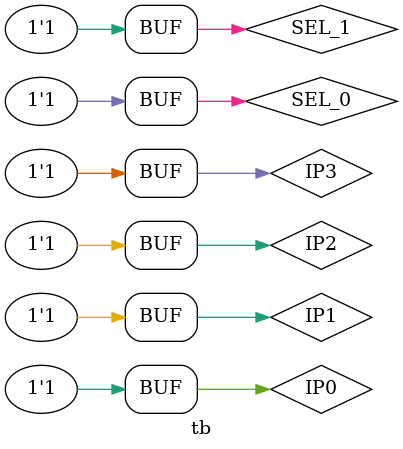
<source format=v>
module MUX(i3,i2,i1,i0,s1,s0,out);
	input i3,i2,i1,i0,s1,s0;
	output out;
	wire n_s1,n_s0,t3,t2,t1,t0;
	
	not n1(n_s1,s1);
	not n0(n_s0,s0);
	
	and a0(t0,i0,n_s1,n_s0);
	and a1(t1,i1,n_s1,s0);
	and a2(t2,i2,s1,n_s0);
	and a3(t3,i3,s1,s0);
	
	or o0(out,t0,t1,t2,t3);
	
endmodule

module tb;
	reg IP3,IP2,IP1,IP0,SEL_1,SEL_0;
	wire OP3,OP2,OP1,OP0;
	
	MUX m0( .i3(IP1), .i2(IP1),  .i1(1'b1), .i0(IP0), .s1(SEL_1), .s0(SEL_0), .out(OP0) );
	MUX m1( .i3(IP2), .i2(IP2),  .i1(IP0),  .i0(IP1), .s1(SEL_1), .s0(SEL_0), .out(OP1) );
	MUX m2( .i3(IP3), .i2(IP3),  .i1(IP1),  .i0(IP2), .s1(SEL_1), .s0(SEL_0), .out(OP2) );
	MUX m3( .i3(IP0), .i2(1'b1), .i1(IP2),  .i0(IP3), .s1(SEL_1), .s0(SEL_0), .out(OP3) );
	
	initial begin
	
	$monitor("Value = %b%b%b%b     Operation = %b%b     Result = %b%b%b",IP3,IP2,IP1,IP0,SEL_1,SEL_0,OP3,OP2,OP1,OP0);
	$dumpfile("Shifter.vcd");
	$dumpvars;
	
		IP3=1'b0;
		IP2=1'b0;
		IP1=1'b0;
		IP0=1'b0;	
		SEL_1=1'b0;
		SEL_0=1'b0;
		#10
		IP3=1'b0;
		IP2=1'b0;
		IP1=1'b0;
		IP0=1'b1;		
		SEL_1=1'b0;
		SEL_0=1'b0;
		#10
		IP3=1'b0;
		IP2=1'b0;
		IP1=1'b1;
		IP0=1'b0;		
		SEL_1=1'b0;
		SEL_0=1'b0;
		#10
		IP3=1'b0;
		IP2=1'b0;
		IP1=1'b1;
		IP0=1'b1;		
		SEL_1=1'b0;
		SEL_0=1'b0;
		#10
		IP3=1'b0;
		IP2=1'b1;
		IP1=1'b0;
		IP0=1'b0;	
		SEL_1=1'b0;
		SEL_0=1'b0;
		#10
		IP3=1'b0;
		IP2=1'b1;
		IP1=1'b0;
		IP0=1'b1;		
		SEL_1=1'b0;
		SEL_0=1'b0;
		#10
		IP3=1'b0;
		IP2=1'b1;
		IP1=1'b1;
		IP0=1'b0;		
		SEL_1=1'b0;
		SEL_0=1'b0;
		#10
		IP3=1'b0;
		IP2=1'b1;
		IP1=1'b1;
		IP0=1'b1;		
		SEL_1=1'b0;
		SEL_0=1'b0;
		#10
		IP3=1'b1;
		IP2=1'b0;
		IP1=1'b0;
		IP0=1'b0;	
		SEL_1=1'b0;
		SEL_0=1'b0;
		#10
		IP3=1'b1;
		IP2=1'b0;
		IP1=1'b0;
		IP0=1'b1;		
		SEL_1=1'b0;
		SEL_0=1'b0;
		#10
		IP3=1'b1;
		IP2=1'b0;
		IP1=1'b1;
		IP0=1'b0;		
		SEL_1=1'b0;
		SEL_0=1'b0;
		#10
		IP3=1'b1;
		IP2=1'b0;
		IP1=1'b1;
		IP0=1'b1;		
		SEL_1=1'b0;
		SEL_0=1'b0;
		#10
		IP3=1'b1;
		IP2=1'b1;
		IP1=1'b0;
		IP0=1'b0;	
		SEL_1=1'b0;
		SEL_0=1'b0;
		#10
		IP3=1'b1;
		IP2=1'b1;
		IP1=1'b0;
		IP0=1'b1;		
		SEL_1=1'b0;
		SEL_0=1'b0;
		#10
		IP3=1'b1;
		IP2=1'b1;
		IP1=1'b1;
		IP0=1'b0;		
		SEL_1=1'b0;
		SEL_0=1'b0;
		#10
		IP3=1'b1;
		IP2=1'b1;
		IP1=1'b1;
		IP0=1'b1;		
		SEL_1=1'b0;
		SEL_0=1'b0;
		#10;
		//-------------------------------------
		IP3=1'b0;
		IP2=1'b0;
		IP1=1'b0;
		IP0=1'b0;	
		SEL_1=1'b0;
		SEL_0=1'b1;
		#10
		IP3=1'b0;
		IP2=1'b0;
		IP1=1'b0;
		IP0=1'b1;		
		SEL_1=1'b0;
		SEL_0=1'b1;
		#10
		IP3=1'b0;
		IP2=1'b0;
		IP1=1'b1;
		IP0=1'b0;		
		SEL_1=1'b0;
		SEL_0=1'b1;
		#10
		IP3=1'b0;
		IP2=1'b0;
		IP1=1'b1;
		IP0=1'b1;		
		SEL_1=1'b0;
		SEL_0=1'b1;
		#10
		IP3=1'b0;
		IP2=1'b1;
		IP1=1'b0;
		IP0=1'b0;	
		SEL_1=1'b0;
		SEL_0=1'b1;
		#10
		IP3=1'b0;
		IP2=1'b1;
		IP1=1'b0;
		IP0=1'b1;		
		SEL_1=1'b0;
		SEL_0=1'b1;
		#10
		IP3=1'b0;
		IP2=1'b1;
		IP1=1'b1;
		IP0=1'b0;		
		SEL_1=1'b0;
		SEL_0=1'b1;
		#10
		IP3=1'b0;
		IP2=1'b1;
		IP1=1'b1;
		IP0=1'b1;		
		SEL_1=1'b0;
		SEL_0=1'b1;
		#10
		IP3=1'b1;
		IP2=1'b0;
		IP1=1'b0;
		IP0=1'b0;	
		SEL_1=1'b0;
		SEL_0=1'b1;
		#10
		IP3=1'b1;
		IP2=1'b0;
		IP1=1'b0;
		IP0=1'b1;		
		SEL_1=1'b0;
		SEL_0=1'b1;
		#10
		IP3=1'b1;
		IP2=1'b0;
		IP1=1'b1;
		IP0=1'b0;		
		SEL_1=1'b0;
		SEL_0=1'b1;
		#10
		IP3=1'b1;
		IP2=1'b0;
		IP1=1'b1;
		IP0=1'b1;		
		SEL_1=1'b0;
		SEL_0=1'b1;
		#10
		IP3=1'b1;
		IP2=1'b1;
		IP1=1'b0;
		IP0=1'b0;	
		SEL_1=1'b0;
		SEL_0=1'b1;
		#10
		IP3=1'b1;
		IP2=1'b1;
		IP1=1'b0;
		IP0=1'b1;		
		SEL_1=1'b0;
		SEL_0=1'b1;
		#10
		IP3=1'b1;
		IP2=1'b1;
		IP1=1'b1;
		IP0=1'b0;		
		SEL_1=1'b0;
		SEL_0=1'b1;
		#10
		IP3=1'b1;
		IP2=1'b1;
		IP1=1'b1;
		IP0=1'b1;		
		SEL_1=1'b0;
		SEL_0=1'b1;
		#10
		//-------------------------------------
		IP3=1'b0;
		IP2=1'b0;
		IP1=1'b0;
		IP0=1'b0;	
		SEL_1=1'b1;
		SEL_0=1'b0;
		#10
		IP3=1'b0;
		IP2=1'b0;
		IP1=1'b0;
		IP0=1'b1;		
		SEL_1=1'b1;
		SEL_0=1'b0;
		#10
		IP3=1'b0;
		IP2=1'b0;
		IP1=1'b1;
		IP0=1'b0;		
		SEL_1=1'b1;
		SEL_0=1'b0;
		#10
		IP3=1'b0;
		IP2=1'b0;
		IP1=1'b1;
		IP0=1'b1;		
		SEL_1=1'b1;
		SEL_0=1'b0;
		#10
		IP3=1'b0;
		IP2=1'b1;
		IP1=1'b0;
		IP0=1'b0;	
		SEL_1=1'b1;
		SEL_0=1'b0;
		#10
		IP3=1'b0;
		IP2=1'b1;
		IP1=1'b0;
		IP0=1'b1;		
		SEL_1=1'b1;
		SEL_0=1'b0;
		#10
		IP3=1'b0;
		IP2=1'b1;
		IP1=1'b1;
		IP0=1'b0;		
		SEL_1=1'b1;
		SEL_0=1'b0;
		#10
		IP3=1'b0;
		IP2=1'b1;
		IP1=1'b1;
		IP0=1'b1;		
		SEL_1=1'b1;
		SEL_0=1'b0;
		#10
		IP3=1'b1;
		IP2=1'b0;
		IP1=1'b0;
		IP0=1'b0;	
		SEL_1=1'b1;
		SEL_0=1'b0;
		#10
		IP3=1'b1;
		IP2=1'b0;
		IP1=1'b0;
		IP0=1'b1;		
		SEL_1=1'b1;
		SEL_0=1'b0;
		#10
		IP3=1'b1;
		IP2=1'b0;
		IP1=1'b1;
		IP0=1'b0;		
		SEL_1=1'b1;
		SEL_0=1'b0;
		#10
		IP3=1'b1;
		IP2=1'b0;
		IP1=1'b1;
		IP0=1'b1;		
		SEL_1=1'b1;
		SEL_0=1'b0;
		#10
		IP3=1'b1;
		IP2=1'b1;
		IP1=1'b0;
		IP0=1'b0;	
		SEL_1=1'b1;
		SEL_0=1'b0;
		#10
		IP3=1'b1;
		IP2=1'b1;
		IP1=1'b0;
		IP0=1'b1;		
		SEL_1=1'b1;
		SEL_0=1'b0;
		#10
		IP3=1'b1;
		IP2=1'b1;
		IP1=1'b1;
		IP0=1'b0;		
		SEL_1=1'b1;
		SEL_0=1'b0;
		#10
		IP3=1'b1;
		IP2=1'b1;
		IP1=1'b1;
		IP0=1'b1;		
		SEL_1=1'b1;
		SEL_0=1'b0;
		#10
		//-------------------------------------
		IP3=1'b0;
		IP2=1'b0;
		IP1=1'b0;
		IP0=1'b0;	
		SEL_1=1'b1;
		SEL_0=1'b1;
		#10
		IP3=1'b0;
		IP2=1'b0;
		IP1=1'b0;
		IP0=1'b1;		
		SEL_1=1'b1;
		SEL_0=1'b1;
		#10
		IP3=1'b0;
		IP2=1'b0;
		IP1=1'b1;
		IP0=1'b0;		
		SEL_1=1'b1;
		SEL_0=1'b1;
		#10
		IP3=1'b0;
		IP2=1'b0;
		IP1=1'b1;
		IP0=1'b1;		
		SEL_1=1'b1;
		SEL_0=1'b1;
		#10
		IP3=1'b0;
		IP2=1'b1;
		IP1=1'b0;
		IP0=1'b0;	
		SEL_1=1'b1;
		SEL_0=1'b1;
		#10
		IP3=1'b0;
		IP2=1'b1;
		IP1=1'b0;
		IP0=1'b1;		
		SEL_1=1'b1;
		SEL_0=1'b1;
		#10
		IP3=1'b0;
		IP2=1'b1;
		IP1=1'b1;
		IP0=1'b0;		
		SEL_1=1'b1;
		SEL_0=1'b1;
		#10
		IP3=1'b0;
		IP2=1'b1;
		IP1=1'b1;
		IP0=1'b1;		
		SEL_1=1'b1;
		SEL_0=1'b1;
		#10
		IP3=1'b1;
		IP2=1'b0;
		IP1=1'b0;
		IP0=1'b0;	
		SEL_1=1'b1;
		SEL_0=1'b1;
		#10
		IP3=1'b1;
		IP2=1'b0;
		IP1=1'b0;
		IP0=1'b1;		
		SEL_1=1'b1;
		SEL_0=1'b1;
		#10
		IP3=1'b1;
		IP2=1'b0;
		IP1=1'b1;
		IP0=1'b0;		
		SEL_1=1'b1;
		SEL_0=1'b1;
		#10
		IP3=1'b1;
		IP2=1'b0;
		IP1=1'b1;
		IP0=1'b1;		
		SEL_1=1'b1;
		SEL_0=1'b1;
		#10
		IP3=1'b1;
		IP2=1'b1;
		IP1=1'b0;
		IP0=1'b0;	
		SEL_1=1'b1;
		SEL_0=1'b1;
		#10
		IP3=1'b1;
		IP2=1'b1;
		IP1=1'b0;
		IP0=1'b1;		
		SEL_1=1'b1;
		SEL_0=1'b1;
		#10
		IP3=1'b1;
		IP2=1'b1;
		IP1=1'b1;
		IP0=1'b0;		
		SEL_1=1'b1;
		SEL_0=1'b1;
		#10
		IP3=1'b1;
		IP2=1'b1;
		IP1=1'b1;
		IP0=1'b1;		
		SEL_1=1'b1;
		SEL_0=1'b1;
		#10;		
	end
endmodule
</source>
